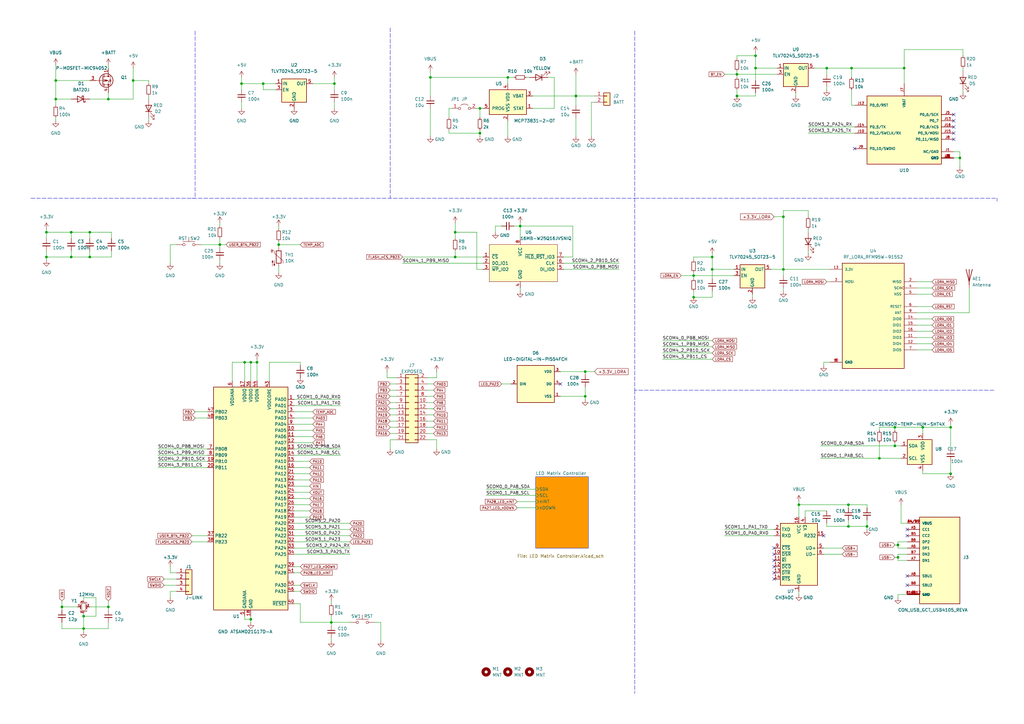
<source format=kicad_sch>
(kicad_sch (version 20211123) (generator eeschema)
  (paper "A3")
  (junction (at 54.61 33.02))
  (junction (at 44.45 248.92))
  (junction (at 309.88 22.86))
  (junction (at 22.86 33.02))
  (junction (at 284.48 113.03))
  (junction (at 135.89 255.27))
  (junction (at 105.41 148.59))
  (junction (at 368.3 223.52))
  (junction (at 100.33 148.59))
  (junction (at 327.66 207.01))
  (junction (at 29.21 95.25))
  (junction (at 292.1 110.49))
  (junction (at 90.17 100.33))
  (junction (at 284.48 121.92))
  (junction (at 25.4 248.92))
  (junction (at 389.89 194.31))
  (junction (at 378.46 175.26))
  (junction (at 370.84 27.94))
  (junction (at 236.22 39.37))
  (junction (at 393.7 64.77))
  (junction (at 19.05 105.41))
  (junction (at 321.31 88.9))
  (junction (at 302.26 30.48))
  (junction (at 208.28 31.75))
  (junction (at 309.88 27.94))
  (junction (at 339.09 27.94))
  (junction (at 321.31 110.49))
  (junction (at 302.26 39.37))
  (junction (at 36.83 95.25))
  (junction (at 367.03 182.88))
  (junction (at 213.36 92.71))
  (junction (at 347.98 207.01))
  (junction (at 186.69 105.41))
  (junction (at 367.03 175.26))
  (junction (at 107.95 34.29))
  (junction (at 19.05 95.25))
  (junction (at 347.98 215.9))
  (junction (at 34.29 252.73))
  (junction (at 349.25 27.94))
  (junction (at 102.87 148.59))
  (junction (at 389.89 175.26))
  (junction (at 186.69 95.25))
  (junction (at 196.85 44.45))
  (junction (at 137.16 34.29))
  (junction (at 99.06 34.29))
  (junction (at 44.45 40.64))
  (junction (at 292.1 105.41))
  (junction (at 22.86 40.64))
  (junction (at 34.29 257.81))
  (junction (at 240.03 162.56))
  (junction (at 102.87 254))
  (junction (at 355.6 215.9))
  (junction (at 114.3 100.33))
  (junction (at 176.53 31.75))
  (junction (at 36.83 105.41))
  (junction (at 196.85 54.61))
  (junction (at 368.3 228.6))
  (junction (at 360.68 187.96))
  (junction (at 240.03 152.4))
  (junction (at 29.21 105.41))
  (no_connect (at 317.5 229.87))
  (no_connect (at 317.5 224.79))
  (no_connect (at 317.5 227.33))
  (no_connect (at 317.5 234.95))
  (no_connect (at 317.5 237.49))
  (no_connect (at 317.5 232.41))
  (no_connect (at 337.82 219.71))
  (no_connect (at 229.87 157.48))
  (no_connect (at 350.52 60.96))
  (no_connect (at 391.16 52.07))
  (no_connect (at 391.16 57.15))
  (no_connect (at 391.16 46.99))
  (no_connect (at 391.16 49.53))
  (no_connect (at 391.16 54.61))
  (no_connect (at 372.11 240.03))
  (no_connect (at 372.11 217.17))
  (no_connect (at 372.11 219.71))
  (no_connect (at 372.11 236.22))
  (wire (pts (xy 107.95 36.83) (xy 107.95 34.29)))
  (wire (pts (xy 271.78 142.24) (xy 292.1 142.24)))
  (wire (pts (xy 360.68 181.61) (xy 360.68 187.96)))
  (wire (pts (xy 36.83 97.79) (xy 36.83 95.25)))
  (wire (pts (xy 360.68 175.26) (xy 367.03 175.26)))
  (wire (pts (xy 25.4 248.92) (xy 31.75 248.92)))
  (wire (pts (xy 19.05 105.41) (xy 29.21 105.41)))
  (wire (pts (xy 176.53 31.75) (xy 208.28 31.75)))
  (wire (pts (xy 120.65 222.25) (xy 143.51 222.25)))
  (wire (pts (xy 99.06 31.75) (xy 99.06 34.29)))
  (wire (pts (xy 205.74 157.48) (xy 209.55 157.48)))
  (wire (pts (xy 199.39 200.66) (xy 219.71 200.66)))
  (wire (pts (xy 107.95 34.29) (xy 113.03 34.29)))
  (wire (pts (xy 25.4 255.27) (xy 25.4 257.81)))
  (wire (pts (xy 19.05 93.98) (xy 19.05 95.25)))
  (wire (pts (xy 355.6 217.17) (xy 355.6 215.9)))
  (wire (pts (xy 345.44 224.79) (xy 337.82 224.79)))
  (wire (pts (xy 135.89 261.62) (xy 135.89 262.89)))
  (wire (pts (xy 336.55 182.88) (xy 367.03 182.88)))
  (wire (pts (xy 231.14 105.41) (xy 234.95 105.41)))
  (wire (pts (xy 242.57 41.91) (xy 243.84 41.91)))
  (wire (pts (xy 218.44 44.45) (xy 227.33 44.45)))
  (wire (pts (xy 321.31 110.49) (xy 321.31 113.03)))
  (wire (pts (xy 60.96 39.37) (xy 60.96 40.64)))
  (wire (pts (xy 389.89 189.23) (xy 389.89 194.31)))
  (wire (pts (xy 339.09 27.94) (xy 349.25 27.94)))
  (wire (pts (xy 99.06 34.29) (xy 107.95 34.29)))
  (wire (pts (xy 123.19 148.59) (xy 123.19 149.86)))
  (wire (pts (xy 100.33 254) (xy 102.87 254)))
  (wire (pts (xy 367.03 181.61) (xy 367.03 182.88)))
  (wire (pts (xy 284.48 113.03) (xy 284.48 114.3)))
  (wire (pts (xy 302.26 22.86) (xy 302.26 24.13)))
  (wire (pts (xy 176.53 39.37) (xy 176.53 31.75)))
  (wire (pts (xy 292.1 119.38) (xy 292.1 121.92)))
  (wire (pts (xy 375.92 133.35) (xy 382.27 133.35)))
  (wire (pts (xy 327.66 242.57) (xy 327.66 243.84)))
  (wire (pts (xy 309.88 21.59) (xy 309.88 22.86)))
  (wire (pts (xy 120.65 191.77) (xy 127 191.77)))
  (wire (pts (xy 160.02 165.1) (xy 162.56 165.1)))
  (wire (pts (xy 196.85 53.34) (xy 196.85 54.61)))
  (wire (pts (xy 120.65 184.15) (xy 139.7 184.15)))
  (wire (pts (xy 360.68 176.53) (xy 360.68 175.26)))
  (wire (pts (xy 349.25 27.94) (xy 370.84 27.94)))
  (wire (pts (xy 349.25 27.94) (xy 349.25 31.75)))
  (wire (pts (xy 208.28 31.75) (xy 208.28 34.29)))
  (wire (pts (xy 120.65 166.37) (xy 139.7 166.37)))
  (wire (pts (xy 95.25 156.21) (xy 95.25 148.59)))
  (polyline (pts (xy 80.01 12.7) (xy 80.01 81.28)))
  (polyline (pts (xy 260.35 81.28) (xy 408.94 81.28)))
  (wire (pts (xy 128.27 181.61) (xy 120.65 181.61)))
  (wire (pts (xy 212.09 205.74) (xy 219.71 205.74)))
  (wire (pts (xy 114.3 100.33) (xy 114.3 101.6)))
  (polyline (pts (xy 260.35 160.02) (xy 260.35 284.48)))
  (wire (pts (xy 186.69 105.41) (xy 198.12 105.41)))
  (wire (pts (xy 196.85 54.61) (xy 196.85 55.88)))
  (wire (pts (xy 331.47 52.07) (xy 350.52 52.07)))
  (wire (pts (xy 120.65 214.63) (xy 143.51 214.63)))
  (wire (pts (xy 29.21 97.79) (xy 29.21 95.25)))
  (wire (pts (xy 199.39 203.2) (xy 219.71 203.2)))
  (wire (pts (xy 39.37 252.73) (xy 34.29 252.73)))
  (wire (pts (xy 44.45 246.38) (xy 44.45 248.92)))
  (wire (pts (xy 370.84 20.32) (xy 370.84 27.94)))
  (wire (pts (xy 347.98 215.9) (xy 339.09 215.9)))
  (wire (pts (xy 186.69 102.87) (xy 186.69 105.41)))
  (wire (pts (xy 186.69 95.25) (xy 186.69 97.79)))
  (wire (pts (xy 309.88 38.1) (xy 309.88 39.37)))
  (wire (pts (xy 175.26 157.48) (xy 177.8 157.48)))
  (wire (pts (xy 279.4 113.03) (xy 284.48 113.03)))
  (wire (pts (xy 120.65 247.65) (xy 123.19 247.65)))
  (wire (pts (xy 120.65 232.41) (xy 123.19 232.41)))
  (wire (pts (xy 135.89 246.38) (xy 135.89 247.65)))
  (wire (pts (xy 321.31 118.11) (xy 321.31 119.38)))
  (wire (pts (xy 397.51 118.11) (xy 397.51 128.27)))
  (wire (pts (xy 102.87 254) (xy 102.87 255.27)))
  (wire (pts (xy 29.21 95.25) (xy 19.05 95.25)))
  (wire (pts (xy 309.88 22.86) (xy 309.88 27.94)))
  (wire (pts (xy 297.18 217.17) (xy 317.5 217.17)))
  (wire (pts (xy 184.15 54.61) (xy 196.85 54.61)))
  (polyline (pts (xy 407.67 160.02) (xy 260.35 160.02)))
  (wire (pts (xy 375.92 115.57) (xy 382.27 115.57)))
  (wire (pts (xy 292.1 104.14) (xy 292.1 105.41)))
  (wire (pts (xy 389.89 194.31) (xy 378.46 194.31)))
  (wire (pts (xy 368.3 227.33) (xy 368.3 228.6)))
  (wire (pts (xy 213.36 118.11) (xy 213.36 119.38)))
  (wire (pts (xy 45.72 97.79) (xy 45.72 95.25)))
  (wire (pts (xy 367.03 175.26) (xy 378.46 175.26)))
  (wire (pts (xy 120.65 234.95) (xy 123.19 234.95)))
  (wire (pts (xy 165.1 107.95) (xy 198.12 107.95)))
  (wire (pts (xy 231.14 110.49) (xy 254 110.49)))
  (wire (pts (xy 236.22 39.37) (xy 243.84 39.37)))
  (wire (pts (xy 176.53 44.45) (xy 176.53 55.88)))
  (wire (pts (xy 337.82 148.59) (xy 340.36 148.59)))
  (wire (pts (xy 114.3 99.06) (xy 114.3 100.33)))
  (wire (pts (xy 54.61 33.02) (xy 54.61 40.64)))
  (wire (pts (xy 100.33 252.73) (xy 100.33 254)))
  (wire (pts (xy 349.25 36.83) (xy 349.25 43.18)))
  (wire (pts (xy 242.57 41.91) (xy 242.57 55.88)))
  (wire (pts (xy 19.05 105.41) (xy 19.05 106.68)))
  (wire (pts (xy 34.29 245.11) (xy 39.37 245.11)))
  (wire (pts (xy 128.27 179.07) (xy 120.65 179.07)))
  (wire (pts (xy 120.65 186.69) (xy 139.7 186.69)))
  (wire (pts (xy 80.01 171.45) (xy 85.09 171.45)))
  (wire (pts (xy 308.61 120.65) (xy 308.61 121.92)))
  (wire (pts (xy 368.3 245.11) (xy 368.3 243.84)))
  (wire (pts (xy 309.88 27.94) (xy 318.77 27.94)))
  (wire (pts (xy 284.48 113.03) (xy 300.99 113.03)))
  (wire (pts (xy 105.41 147.32) (xy 105.41 148.59)))
  (wire (pts (xy 54.61 40.64) (xy 44.45 40.64)))
  (wire (pts (xy 389.89 175.26) (xy 378.46 175.26)))
  (wire (pts (xy 292.1 110.49) (xy 292.1 114.3)))
  (wire (pts (xy 349.25 43.18) (xy 350.52 43.18)))
  (wire (pts (xy 372.11 214.63) (xy 369.57 214.63)))
  (wire (pts (xy 184.15 48.26) (xy 184.15 44.45)))
  (wire (pts (xy 208.28 31.75) (xy 210.82 31.75)))
  (wire (pts (xy 375.92 140.97) (xy 382.27 140.97)))
  (wire (pts (xy 39.37 245.11) (xy 39.37 252.73)))
  (wire (pts (xy 368.3 229.87) (xy 372.11 229.87)))
  (wire (pts (xy 339.09 214.63) (xy 339.09 215.9)))
  (polyline (pts (xy 160.02 11.43) (xy 160.02 81.28)))
  (wire (pts (xy 90.17 91.44) (xy 90.17 92.71)))
  (wire (pts (xy 394.97 36.83) (xy 394.97 38.1)))
  (wire (pts (xy 240.03 153.67) (xy 240.03 152.4)))
  (wire (pts (xy 229.87 162.56) (xy 240.03 162.56)))
  (wire (pts (xy 369.57 187.96) (xy 360.68 187.96)))
  (wire (pts (xy 184.15 53.34) (xy 184.15 54.61)))
  (wire (pts (xy 292.1 105.41) (xy 292.1 110.49)))
  (wire (pts (xy 292.1 121.92) (xy 284.48 121.92)))
  (wire (pts (xy 110.49 148.59) (xy 123.19 148.59)))
  (wire (pts (xy 331.47 54.61) (xy 350.52 54.61)))
  (wire (pts (xy 99.06 41.91) (xy 99.06 44.45)))
  (wire (pts (xy 29.21 40.64) (xy 22.86 40.64)))
  (wire (pts (xy 90.17 100.33) (xy 92.71 100.33)))
  (wire (pts (xy 203.2 92.71) (xy 205.74 92.71)))
  (wire (pts (xy 215.9 31.75) (xy 217.17 31.75)))
  (wire (pts (xy 120.65 196.85) (xy 127 196.85)))
  (wire (pts (xy 229.87 152.4) (xy 240.03 152.4)))
  (wire (pts (xy 196.85 44.45) (xy 198.12 44.45)))
  (wire (pts (xy 156.21 255.27) (xy 153.67 255.27)))
  (wire (pts (xy 64.77 189.23) (xy 85.09 189.23)))
  (wire (pts (xy 158.75 154.94) (xy 158.75 152.4)))
  (wire (pts (xy 90.17 97.79) (xy 90.17 100.33)))
  (wire (pts (xy 302.26 36.83) (xy 302.26 39.37)))
  (wire (pts (xy 321.31 110.49) (xy 340.36 110.49)))
  (wire (pts (xy 36.83 102.87) (xy 36.83 105.41)))
  (wire (pts (xy 105.41 148.59) (xy 105.41 156.21)))
  (wire (pts (xy 22.86 40.64) (xy 22.86 33.02)))
  (wire (pts (xy 34.29 257.81) (xy 44.45 257.81)))
  (wire (pts (xy 120.65 204.47) (xy 127 204.47)))
  (wire (pts (xy 22.86 33.02) (xy 22.86 26.67)))
  (wire (pts (xy 339.09 27.94) (xy 339.09 30.48)))
  (wire (pts (xy 302.26 30.48) (xy 318.77 30.48)))
  (wire (pts (xy 160.02 157.48) (xy 162.56 157.48)))
  (wire (pts (xy 210.82 92.71) (xy 213.36 92.71)))
  (wire (pts (xy 36.83 40.64) (xy 44.45 40.64)))
  (wire (pts (xy 120.65 240.03) (xy 123.19 240.03)))
  (wire (pts (xy 345.44 227.33) (xy 337.82 227.33)))
  (wire (pts (xy 69.85 232.41) (xy 69.85 234.95)))
  (wire (pts (xy 231.14 107.95) (xy 254 107.95)))
  (wire (pts (xy 203.2 95.25) (xy 203.2 92.71)))
  (wire (pts (xy 394.97 27.94) (xy 394.97 29.21)))
  (wire (pts (xy 36.83 33.02) (xy 22.86 33.02)))
  (wire (pts (xy 128.27 173.99) (xy 120.65 173.99)))
  (wire (pts (xy 69.85 242.57) (xy 72.39 242.57)))
  (wire (pts (xy 375.92 128.27) (xy 397.51 128.27)))
  (wire (pts (xy 114.3 92.71) (xy 114.3 93.98)))
  (wire (pts (xy 113.03 36.83) (xy 107.95 36.83)))
  (wire (pts (xy 102.87 148.59) (xy 105.41 148.59)))
  (wire (pts (xy 162.56 154.94) (xy 158.75 154.94)))
  (wire (pts (xy 240.03 152.4) (xy 243.84 152.4)))
  (wire (pts (xy 175.26 160.02) (xy 177.8 160.02)))
  (wire (pts (xy 175.26 162.56) (xy 177.8 162.56)))
  (wire (pts (xy 19.05 95.25) (xy 19.05 97.79)))
  (wire (pts (xy 378.46 175.26) (xy 378.46 177.8)))
  (wire (pts (xy 347.98 207.01) (xy 327.66 207.01)))
  (wire (pts (xy 196.85 44.45) (xy 196.85 48.26)))
  (wire (pts (xy 375.92 135.89) (xy 382.27 135.89)))
  (wire (pts (xy 327.66 205.74) (xy 327.66 207.01)))
  (wire (pts (xy 339.09 209.55) (xy 330.2 209.55)))
  (wire (pts (xy 393.7 68.58) (xy 393.7 64.77)))
  (wire (pts (xy 389.89 175.26) (xy 389.89 184.15)))
  (wire (pts (xy 175.26 172.72) (xy 177.8 172.72)))
  (wire (pts (xy 368.3 228.6) (xy 368.3 229.87)))
  (wire (pts (xy 208.28 49.53) (xy 208.28 55.88)))
  (wire (pts (xy 375.92 138.43) (xy 382.27 138.43)))
  (wire (pts (xy 160.02 180.34) (xy 162.56 180.34)))
  (wire (pts (xy 120.65 189.23) (xy 127 189.23)))
  (wire (pts (xy 331.47 93.98) (xy 331.47 95.25)))
  (wire (pts (xy 25.4 246.38) (xy 25.4 248.92)))
  (wire (pts (xy 123.19 255.27) (xy 135.89 255.27)))
  (wire (pts (xy 360.68 187.96) (xy 336.55 187.96)))
  (wire (pts (xy 120.65 194.31) (xy 127 194.31)))
  (wire (pts (xy 271.78 147.32) (xy 292.1 147.32)))
  (wire (pts (xy 175.26 170.18) (xy 177.8 170.18)))
  (wire (pts (xy 389.89 173.99) (xy 389.89 175.26)))
  (wire (pts (xy 120.65 219.71) (xy 143.51 219.71)))
  (wire (pts (xy 22.86 40.64) (xy 22.86 43.18)))
  (wire (pts (xy 213.36 91.44) (xy 213.36 92.71)))
  (wire (pts (xy 368.3 224.79) (xy 372.11 224.79)))
  (wire (pts (xy 80.01 168.91) (xy 85.09 168.91)))
  (wire (pts (xy 321.31 88.9) (xy 321.31 110.49)))
  (wire (pts (xy 90.17 100.33) (xy 82.55 100.33)))
  (wire (pts (xy 339.09 35.56) (xy 339.09 36.83)))
  (wire (pts (xy 135.89 255.27) (xy 135.89 256.54)))
  (wire (pts (xy 69.85 107.95) (xy 69.85 100.33)))
  (polyline (pts (xy 408.94 81.28) (xy 408.94 82.55)))
  (wire (pts (xy 175.26 175.26) (xy 177.8 175.26)))
  (wire (pts (xy 160.02 172.72) (xy 162.56 172.72)))
  (wire (pts (xy 60.96 34.29) (xy 60.96 33.02)))
  (wire (pts (xy 321.31 86.36) (xy 321.31 88.9)))
  (wire (pts (xy 195.58 110.49) (xy 195.58 95.25)))
  (wire (pts (xy 375.92 143.51) (xy 382.27 143.51)))
  (wire (pts (xy 368.3 222.25) (xy 368.3 223.52)))
  (wire (pts (xy 309.88 27.94) (xy 309.88 33.02)))
  (wire (pts (xy 331.47 88.9) (xy 331.47 86.36)))
  (wire (pts (xy 375.92 125.73) (xy 382.27 125.73)))
  (wire (pts (xy 34.29 251.46) (xy 34.29 252.73)))
  (wire (pts (xy 120.65 201.93) (xy 127 201.93)))
  (wire (pts (xy 36.83 105.41) (xy 29.21 105.41)))
  (wire (pts (xy 137.16 34.29) (xy 128.27 34.29)))
  (wire (pts (xy 284.48 119.38) (xy 284.48 121.92)))
  (wire (pts (xy 175.26 167.64) (xy 177.8 167.64)))
  (polyline (pts (xy 80.01 81.28) (xy 78.74 81.28)))
  (wire (pts (xy 334.01 27.94) (xy 339.09 27.94)))
  (wire (pts (xy 271.78 144.78) (xy 292.1 144.78)))
  (wire (pts (xy 44.45 40.64) (xy 44.45 38.1)))
  (wire (pts (xy 100.33 148.59) (xy 102.87 148.59)))
  (wire (pts (xy 69.85 245.11) (xy 69.85 242.57)))
  (wire (pts (xy 179.07 152.4) (xy 179.07 154.94)))
  (wire (pts (xy 368.3 243.84) (xy 372.11 243.84)))
  (wire (pts (xy 330.2 209.55) (xy 330.2 212.09)))
  (wire (pts (xy 114.3 109.22) (xy 114.3 111.76)))
  (wire (pts (xy 368.3 223.52) (xy 368.3 224.79)))
  (wire (pts (xy 393.7 64.77) (xy 391.16 64.77)))
  (wire (pts (xy 327.66 207.01) (xy 327.66 212.09)))
  (wire (pts (xy 234.95 92.71) (xy 234.95 105.41)))
  (wire (pts (xy 227.33 31.75) (xy 224.79 31.75)))
  (wire (pts (xy 36.83 95.25) (xy 45.72 95.25)))
  (wire (pts (xy 369.57 182.88) (xy 367.03 182.88)))
  (wire (pts (xy 120.65 209.55) (xy 127 209.55)))
  (wire (pts (xy 45.72 102.87) (xy 45.72 105.41)))
  (wire (pts (xy 128.27 168.91) (xy 120.65 168.91)))
  (wire (pts (xy 110.49 156.21) (xy 110.49 148.59)))
  (wire (pts (xy 179.07 154.94) (xy 175.26 154.94)))
  (wire (pts (xy 78.74 219.71) (xy 85.09 219.71)))
  (wire (pts (xy 240.03 162.56) (xy 240.03 163.83)))
  (wire (pts (xy 60.96 48.26) (xy 60.96 49.53)))
  (wire (pts (xy 120.65 227.33) (xy 143.51 227.33)))
  (wire (pts (xy 302.26 30.48) (xy 302.26 31.75)))
  (wire (pts (xy 347.98 213.36) (xy 347.98 215.9)))
  (wire (pts (xy 54.61 33.02) (xy 60.96 33.02)))
  (wire (pts (xy 67.31 240.03) (xy 72.39 240.03)))
  (wire (pts (xy 367.03 228.6) (xy 368.3 228.6)))
  (wire (pts (xy 120.65 217.17) (xy 143.51 217.17)))
  (wire (pts (xy 29.21 102.87) (xy 29.21 105.41)))
  (wire (pts (xy 355.6 207.01) (xy 347.98 207.01)))
  (wire (pts (xy 367.03 223.52) (xy 368.3 223.52)))
  (wire (pts (xy 90.17 100.33) (xy 90.17 101.6)))
  (wire (pts (xy 69.85 234.95) (xy 72.39 234.95)))
  (wire (pts (xy 54.61 27.94) (xy 54.61 33.02)))
  (wire (pts (xy 302.26 29.21) (xy 302.26 30.48)))
  (wire (pts (xy 195.58 95.25) (xy 186.69 95.25)))
  (wire (pts (xy 331.47 102.87) (xy 331.47 104.14)))
  (wire (pts (xy 135.89 252.73) (xy 135.89 255.27)))
  (wire (pts (xy 160.02 160.02) (xy 162.56 160.02)))
  (wire (pts (xy 22.86 48.26) (xy 22.86 49.53)))
  (polyline (pts (xy 12.7 81.28) (xy 260.35 81.28)))
  (wire (pts (xy 213.36 92.71) (xy 213.36 97.79)))
  (wire (pts (xy 284.48 105.41) (xy 284.48 106.68)))
  (wire (pts (xy 179.07 184.15) (xy 179.07 180.34)))
  (wire (pts (xy 355.6 215.9) (xy 347.98 215.9)))
  (wire (pts (xy 317.5 88.9) (xy 321.31 88.9)))
  (wire (pts (xy 393.7 62.23) (xy 393.7 64.77)))
  (wire (pts (xy 347.98 207.01) (xy 347.98 208.28)))
  (wire (pts (xy 137.16 41.91) (xy 137.16 44.45)))
  (wire (pts (xy 137.16 31.75) (xy 137.16 34.29)))
  (wire (pts (xy 160.02 175.26) (xy 162.56 175.26)))
  (wire (pts (xy 67.31 237.49) (xy 72.39 237.49)))
  (wire (pts (xy 135.89 255.27) (xy 143.51 255.27)))
  (wire (pts (xy 120.65 242.57) (xy 123.19 242.57)))
  (wire (pts (xy 375.92 130.81) (xy 382.27 130.81)))
  (wire (pts (xy 156.21 262.89) (xy 156.21 255.27)))
  (wire (pts (xy 355.6 213.36) (xy 355.6 215.9)))
  (wire (pts (xy 292.1 110.49) (xy 300.99 110.49)))
  (wire (pts (xy 120.65 199.39) (xy 127 199.39)))
  (wire (pts (xy 137.16 36.83) (xy 137.16 34.29)))
  (wire (pts (xy 218.44 39.37) (xy 236.22 39.37)))
  (wire (pts (xy 123.19 247.65) (xy 123.19 255.27)))
  (wire (pts (xy 120.65 207.01) (xy 127 207.01)))
  (wire (pts (xy 19.05 102.87) (xy 19.05 105.41)))
  (wire (pts (xy 236.22 48.26) (xy 236.22 55.88)))
  (wire (pts (xy 165.1 105.41) (xy 186.69 105.41)))
  (wire (pts (xy 78.74 222.25) (xy 85.09 222.25)))
  (wire (pts (xy 227.33 44.45) (xy 227.33 31.75)))
  (wire (pts (xy 114.3 100.33) (xy 123.19 100.33)))
  (wire (pts (xy 284.48 105.41) (xy 292.1 105.41)))
  (wire (pts (xy 64.77 186.69) (xy 85.09 186.69)))
  (wire (pts (xy 64.77 184.15) (xy 85.09 184.15)))
  (wire (pts (xy 391.16 62.23) (xy 393.7 62.23)))
  (wire (pts (xy 271.78 139.7) (xy 292.1 139.7)))
  (wire (pts (xy 372.11 227.33) (xy 368.3 227.33)))
  (wire (pts (xy 176.53 29.21) (xy 176.53 31.75)))
  (wire (pts (xy 25.4 250.19) (xy 25.4 248.92)))
  (wire (pts (xy 236.22 30.48) (xy 236.22 39.37)))
  (wire (pts (xy 44.45 248.92) (xy 44.45 250.19)))
  (wire (pts (xy 212.09 208.28) (xy 219.71 208.28)))
  (wire (pts (xy 44.45 26.67) (xy 44.45 27.94)))
  (wire (pts (xy 160.02 167.64) (xy 162.56 167.64)))
  (wire (pts (xy 297.18 219.71) (xy 317.5 219.71)))
  (wire (pts (xy 102.87 252.73) (xy 102.87 254)))
  (wire (pts (xy 95.25 148.59) (xy 100.33 148.59)))
  (wire (pts (xy 355.6 208.28) (xy 355.6 207.01)))
  (wire (pts (xy 394.97 20.32) (xy 370.84 20.32)))
  (wire (pts (xy 240.03 158.75) (xy 240.03 162.56)))
  (wire (pts (xy 184.15 44.45) (xy 185.42 44.45)))
  (wire (pts (xy 316.23 110.49) (xy 321.31 110.49)))
  (wire (pts (xy 198.12 110.49) (xy 195.58 110.49)))
  (wire (pts (xy 339.09 115.57) (xy 340.36 115.57)))
  (wire (pts (xy 25.4 257.81) (xy 34.29 257.81)))
  (wire (pts (xy 160.02 170.18) (xy 162.56 170.18)))
  (wire (pts (xy 128.27 171.45) (xy 120.65 171.45)))
  (wire (pts (xy 372.11 222.25) (xy 368.3 222.25)))
  (wire (pts (xy 90.17 106.68) (xy 90.17 107.95)))
  (wire (pts (xy 195.58 44.45) (xy 196.85 44.45)))
  (wire (pts (xy 284.48 111.76) (xy 284.48 113.03)))
  (wire (pts (xy 64.77 191.77) (xy 85.09 191.77)))
  (wire (pts (xy 369.57 207.01) (xy 369.57 214.63)))
  (wire (pts (xy 370.84 27.94) (xy 370.84 34.29)))
  (wire (pts (xy 69.85 100.33) (xy 72.39 100.33)))
  (wire (pts (xy 297.18 30.48) (xy 302.26 30.48)))
  (wire (pts (xy 175.26 165.1) (xy 177.8 165.1)))
  (wire (pts (xy 375.92 120.65) (xy 382.27 120.65)))
  (wire (pts (xy 102.87 148.59) (xy 102.87 156.21)))
  (wire (pts (xy 36.83 248.92) (xy 44.45 248.92)))
  (wire (pts (xy 375.92 118.11) (xy 382.27 118.11)))
  (wire (pts (xy 179.07 180.34) (xy 175.26 180.34)))
  (wire (pts (xy 309.88 39.37) (xy 302.26 39.37)))
  (wire (pts (xy 378.46 193.04) (xy 378.46 194.31)))
  (wire (pts (xy 99.06 34.29) (xy 99.06 36.83)))
  (wire (pts (xy 234.95 92.71) (xy 213.36 92.71)))
  (wire (pts (xy 34.29 252.73) (xy 34.29 257.81)))
  (wire (pts (xy 160.02 162.56) (xy 162.56 162.56)))
  (wire (pts (xy 45.72 105.41) (xy 36.83 105.41)))
  (wire (pts (xy 326.39 38.1) (xy 326.39 39.37)))
  (wire (pts (xy 120.65 163.83) (xy 139.7 163.83)))
  (wire (pts (xy 36.83 95.25) (xy 29.21 95.25)))
  (wire (pts (xy 236.22 43.18) (xy 236.22 39.37)))
  (polyline (pts (xy 260.35 12.7) (xy 260.35 160.02)))
  (wire (pts (xy 120.65 224.79) (xy 143.51 224.79)))
  (wire (pts (xy 34.29 246.38) (xy 34.29 245.11)))
  (wire (pts (xy 337.82 149.86) (xy 337.82 148.59)))
  (wire (pts (xy 120.65 212.09) (xy 127 212.09)))
  (wire (pts (xy 160.02 184.15) (xy 160.02 180.34)))
  (wire (pts (xy 175.26 177.8) (xy 177.8 177.8)))
  (wire (pts (xy 160.02 177.8) (xy 162.56 177.8)))
  (wire (pts (xy 186.69 91.44) (xy 186.69 95.25)))
  (wire (pts (xy 34.29 257.81) (xy 34.29 259.08)))
  (wire (pts (xy 394.97 22.86) (xy 394.97 20.32)))
  (wire (pts (xy 44.45 255.27) (xy 44.45 257.81)))
  (wire (pts (xy 367.03 176.53) (xy 367.03 175.26)))
  (wire (pts (xy 100.33 148.59) (xy 100.33 156.21)))
  (wire (pts (xy 331.47 86.36) (xy 321.31 86.36)))
  (wire (pts (xy 302.26 22.86) (xy 309.88 22.86)))
  (wire (pts (xy 128.27 176.53) (xy 120.65 176.53)))
  (label "SCOM4_1_PB9_MISO" (at 64.77 186.69 0))
  (label "SCOM0_1_PA8_SCL" (at 139.7 186.69 180))
  (label "SCOM3_2_PA24_RX" (at 331.47 52.07 0))
  (label "SCOM4_0_PB8_MOSI" (at 271.78 139.7 0))
  (label "SCOM4_3_PB11_CS" (at 271.78 147.32 0))
  (label "SCOM1_0_PA0_RX0" (at 139.7 163.83 180))
  (label "SCOM0_1_PA8_SCL" (at 336.55 187.96 0))
  (label "SCOM3_2_PA24_RX" (at 143.51 224.79 180))
  (label "SCOM3_3_PA25_TX" (at 143.51 227.33 180))
  (label "SCOM1_0_PA0_RX0" (at 297.18 219.71 0))
  (label "SCOM5_3_PA21" (at 139.7 217.17 180))
  (label "SCOM1_1_PA1_TX0" (at 139.7 166.37 180))
  (label "SCOM0_0_PA8_SDA" (at 336.55 182.88 0))
  (label "SCOM4_0_PB8_MOSI" (at 64.77 184.15 0))
  (label "SCOM3_1_PA23" (at 139.7 222.25 180))
  (label "SCOM5_2_PA20" (at 139.7 214.63 180))
  (label "SCOM0_1_PA8_SCL" (at 199.39 203.2 0))
  (label "SCOM1_1_PA1_TX0" (at 297.18 217.17 0))
  (label "SCOM3_3_PA25_TX" (at 331.47 54.61 0))
  (label "SCOM4_2_PB10_SCK" (at 254 107.95 180))
  (label "SCOM4_2_PB10_SCK" (at 271.78 144.78 0))
  (label "SCOM4_1_PB9_MISO" (at 165.1 107.95 0))
  (label "SCOM4_2_PB10_SCK" (at 64.77 189.23 0))
  (label "SCOM4_1_PB9_MISO" (at 271.78 142.24 0))
  (label "SCOM4_3_PB11_CS" (at 64.77 191.77 0))
  (label "SCOM4_0_PB8_MOSI" (at 254 110.49 180))
  (label "SCOM0_0_PA8_SDA" (at 199.39 200.66 0))
  (label "SCOM0_0_PA8_SDA" (at 139.7 184.15 180))
  (label "SCOM3_0_PA22" (at 139.7 219.71 180))
  (global_label "+3.3V_LORA" (shape input) (at 243.84 152.4 0) (property "Intersheet References" "${INTERSHEET_REFS}" (effects hide)))
  (global_label "PA11" (shape input) (at 177.8 172.72 0) (effects (font (size 1 1))) (property "Intersheet References" "${INTERSHEET_REFS}" (effects hide)))
  (global_label "PA13" (shape input) (at 127 196.85 0) (effects (font (size 1 1))) (property "Intersheet References" "${INTERSHEET_REFS}" (effects hide)))
  (global_label "PA6" (shape input) (at 177.8 165.1 0) (effects (font (size 1 1))) (property "Intersheet References" "${INTERSHEET_REFS}" (effects hide)))
  (global_label "PA10" (shape input) (at 177.8 170.18 0) (effects (font (size 1 1))) (property "Intersheet References" "${INTERSHEET_REFS}" (effects hide)))
  (global_label "PA03" (shape input) (at 177.8 157.48 0) (effects (font (size 1 1))) (property "Intersheet References" "${INTERSHEET_REFS}" (effects hide)))
  (global_label "PA20" (shape input) (at 160.02 167.64 180) (effects (font (size 1 1))) (property "Intersheet References" "${INTERSHEET_REFS}" (effects hide)))
  (global_label "LORA_IO0" (shape input) (at 382.27 130.81 0) (effects (font (size 1 1))) (property "Intersheet References" "${INTERSHEET_REFS}" (effects hide)))
  (global_label "PA7" (shape input) (at 128.27 181.61 0) (effects (font (size 1 1))) (property "Intersheet References" "${INTERSHEET_REFS}" (effects hide)))
  (global_label "LORA_IO5" (shape input) (at 382.27 143.51 0) (effects (font (size 1 1))) (property "Intersheet References" "${INTERSHEET_REFS}" (effects hide)))
  (global_label "PA7" (shape input) (at 177.8 167.64 0) (effects (font (size 1 1))) (property "Intersheet References" "${INTERSHEET_REFS}" (effects hide)))
  (global_label "LED_PA23" (shape input) (at 143.51 222.25 0) (effects (font (size 1 1))) (property "Intersheet References" "${INTERSHEET_REFS}" (effects hide)))
  (global_label "PA18" (shape input) (at 160.02 172.72 180) (effects (font (size 1 1))) (property "Intersheet References" "${INTERSHEET_REFS}" (effects hide)))
  (global_label "SWCLK" (shape input) (at 67.31 237.49 180) (effects (font (size 1 1))) (property "Intersheet References" "${INTERSHEET_REFS}" (effects hide)))
  (global_label "PA6" (shape input) (at 128.27 179.07 0) (effects (font (size 1 1))) (property "Intersheet References" "${INTERSHEET_REFS}" (effects hide)))
  (global_label "PA16" (shape input) (at 127 204.47 0) (effects (font (size 1 1))) (property "Intersheet References" "${INTERSHEET_REFS}" (effects hide)))
  (global_label "PA27_LED_nDOWN" (shape input) (at 212.09 208.28 180) (effects (font (size 1 1))) (property "Intersheet References" "${INTERSHEET_REFS}" (effects hide)))
  (global_label "TEMP_ADC" (shape input) (at 128.27 168.91 0) (effects (font (size 1 1))) (property "Intersheet References" "${INTERSHEET_REFS}" (effects hide)))
  (global_label "PA4" (shape input) (at 128.27 173.99 0) (effects (font (size 1 1))) (property "Intersheet References" "${INTERSHEET_REFS}" (effects hide)))
  (global_label "SWCLK" (shape input) (at 123.19 240.03 0) (effects (font (size 1 1))) (property "Intersheet References" "${INTERSHEET_REFS}" (effects hide)))
  (global_label "PA11" (shape input) (at 127 191.77 0) (effects (font (size 1 1))) (property "Intersheet References" "${INTERSHEET_REFS}" (effects hide)))
  (global_label "PA5" (shape input) (at 128.27 176.53 0) (effects (font (size 1 1))) (property "Intersheet References" "${INTERSHEET_REFS}" (effects hide)))
  (global_label "BT_EN" (shape input) (at 297.18 30.48 180) (effects (font (size 1 1))) (property "Intersheet References" "${INTERSHEET_REFS}" (effects hide)))
  (global_label "PA03" (shape input) (at 128.27 171.45 0) (effects (font (size 1 1))) (property "Intersheet References" "${INTERSHEET_REFS}" (effects hide)))
  (global_label "TEMP_ADC" (shape input) (at 123.19 100.33 0) (effects (font (size 1 1))) (property "Intersheet References" "${INTERSHEET_REFS}" (effects hide)))
  (global_label "USER_BTN_PB22" (shape input) (at 92.71 100.33 0) (effects (font (size 1 1))) (property "Intersheet References" "${INTERSHEET_REFS}" (effects hide)))
  (global_label "PA17" (shape input) (at 127 207.01 0) (effects (font (size 1 1))) (property "Intersheet References" "${INTERSHEET_REFS}" (effects hide)))
  (global_label "LORA_CS" (shape input) (at 382.27 120.65 0) (effects (font (size 1 1))) (property "Intersheet References" "${INTERSHEET_REFS}" (effects hide)))
  (global_label "PA12" (shape input) (at 177.8 175.26 0) (effects (font (size 1 1))) (property "Intersheet References" "${INTERSHEET_REFS}" (effects hide)))
  (global_label "PA27_LED_nDOWN" (shape input) (at 123.19 232.41 0) (effects (font (size 1 1))) (property "Intersheet References" "${INTERSHEET_REFS}" (effects hide)))
  (global_label "PA28_LED_nINT" (shape input) (at 212.09 205.74 180) (effects (font (size 1 1))) (property "Intersheet References" "${INTERSHEET_REFS}" (effects hide)))
  (global_label "XIN" (shape input) (at 127 199.39 0) (effects (font (size 1 1))) (property "Intersheet References" "${INTERSHEET_REFS}" (effects hide)))
  (global_label "+3.3V_LORA" (shape input) (at 317.5 88.9 180) (property "Intersheet References" "${INTERSHEET_REFS}" (effects hide)))
  (global_label "PA13" (shape input) (at 177.8 177.8 0) (effects (font (size 1 1))) (property "Intersheet References" "${INTERSHEET_REFS}" (effects hide)))
  (global_label "USB-" (shape input) (at 367.03 228.6 180) (effects (font (size 1 1))) (property "Intersheet References" "${INTERSHEET_REFS}" (effects hide)))
  (global_label "LORA_MOSI" (shape input) (at 292.1 139.7 0) (effects (font (size 1 1))) (property "Intersheet References" "${INTERSHEET_REFS}" (effects hide)))
  (global_label "PA17" (shape input) (at 160.02 175.26 180) (effects (font (size 1 1))) (property "Intersheet References" "${INTERSHEET_REFS}" (effects hide)))
  (global_label "XIN" (shape input) (at 25.4 246.38 90) (effects (font (size 1 1))) (property "Intersheet References" "${INTERSHEET_REFS}" (effects hide)))
  (global_label "XOUT" (shape input) (at 44.45 246.38 90) (effects (font (size 1 1))) (property "Intersheet References" "${INTERSHEET_REFS}" (effects hide)))
  (global_label "USB-" (shape input) (at 345.44 227.33 0) (effects (font (size 1 1))) (property "Intersheet References" "${INTERSHEET_REFS}" (effects hide)))
  (global_label "FLASH_nCS_PB23" (shape input) (at 78.74 222.25 180) (effects (font (size 1 1))) (property "Intersheet References" "${INTERSHEET_REFS}" (effects hide)))
  (global_label "USB+" (shape input) (at 345.44 224.79 0) (effects (font (size 1 1))) (property "Intersheet References" "${INTERSHEET_REFS}" (effects hide)))
  (global_label "PA19" (shape input) (at 127 212.09 0) (effects (font (size 1 1))) (property "Intersheet References" "${INTERSHEET_REFS}" (effects hide)))
  (global_label "PA12" (shape input) (at 127 194.31 0) (effects (font (size 1 1))) (property "Intersheet References" "${INTERSHEET_REFS}" (effects hide)))
  (global_label "LORA_MISO" (shape input) (at 382.27 115.57 0) (effects (font (size 1 1))) (property "Intersheet References" "${INTERSHEET_REFS}" (effects hide)))
  (global_label "PA22" (shape input) (at 160.02 162.56 180) (effects (font (size 1 1))) (property "Intersheet References" "${INTERSHEET_REFS}" (effects hide)))
  (global_label "PB2" (shape input) (at 160.02 157.48 180) (effects (font (size 1 1))) (property "Intersheet References" "${INTERSHEET_REFS}" (effects hide)))
  (global_label "SWDIO" (shape input) (at 67.31 240.03 180) (effects (font (size 1 1))) (property "Intersheet References" "${INTERSHEET_REFS}" (effects hide)))
  (global_label "LORA_SCK" (shape input) (at 292.1 144.78 0) (effects (font (size 1 1))) (property "Intersheet References" "${INTERSHEET_REFS}" (effects hide)))
  (global_label "LORA_IO1" (shape input) (at 382.27 133.35 0) (effects (font (size 1 1))) (property "Intersheet References" "${INTERSHEET_REFS}" (effects hide)))
  (global_label "PA28_LED_nINT" (shape input) (at 123.19 234.95 0) (effects (font (size 1 1))) (property "Intersheet References" "${INTERSHEET_REFS}" (effects hide)))
  (global_label "LORA_IO2" (shape input) (at 382.27 135.89 0) (effects (font (size 1 1))) (property "Intersheet References" "${INTERSHEET_REFS}" (effects hide)))
  (global_label "LORA_RST" (shape input) (at 382.27 125.73 0) (effects (font (size 1 1))) (property "Intersheet References" "${INTERSHEET_REFS}" (effects hide)))
  (global_label "PA22" (shape input) (at 143.51 219.71 0) (effects (font (size 1 1))) (property "Intersheet References" "${INTERSHEET_REFS}" (effects hide)))
  (global_label "USB+" (shape input) (at 367.03 223.52 180) (effects (font (size 1 1))) (property "Intersheet References" "${INTERSHEET_REFS}" (effects hide)))
  (global_label "LORA_IO3" (shape input) (at 382.27 138.43 0) (effects (font (size 1 1))) (property "Intersheet References" "${INTERSHEET_REFS}" (effects hide)))
  (global_label "PB2" (shape input) (at 80.01 168.91 180) (effects (font (size 1 1))) (property "Intersheet References" "${INTERSHEET_REFS}" (effects hide)))
  (global_label "LORA_EN" (shape input) (at 279.4 113.03 180) (effects (font (size 1 1))) (property "Intersheet References" "${INTERSHEET_REFS}" (effects hide)))
  (global_label "PA10" (shape input) (at 127 189.23 0) (effects (font (size 1 1))) (property "Intersheet References" "${INTERSHEET_REFS}" (effects hide)))
  (global_label "LORA_MOSI" (shape input) (at 339.09 115.57 180) (effects (font (size 1 1))) (property "Intersheet References" "${INTERSHEET_REFS}" (effects hide)))
  (global_label "PB3" (shape input) (at 160.02 160.02 180) (effects (font (size 1 1))) (property "Intersheet References" "${INTERSHEET_REFS}" (effects hide)))
  (global_label "PB3" (shape input) (at 80.01 171.45 180) (effects (font (size 1 1))) (property "Intersheet References" "${INTERSHEET_REFS}" (effects hide)))
  (global_label "LORA_CS" (shape input) (at 292.1 147.32 0) (effects (font (size 1 1))) (property "Intersheet References" "${INTERSHEET_REFS}" (effects hide)))
  (global_label "PA4" (shape input) (at 177.8 160.02 0) (effects (font (size 1 1))) (property "Intersheet References" "${INTERSHEET_REFS}" (effects hide)))
  (global_label "PA16" (shape input) (at 160.02 177.8 180) (effects (font (size 1 1))) (property "Intersheet References" "${INTERSHEET_REFS}" (effects hide)))
  (global_label "XOUT" (shape input) (at 127 201.93 0) (effects (font (size 1 1))) (property "Intersheet References" "${INTERSHEET_REFS}" (effects hide)))
  (global_label "LORA_IO4" (shape input) (at 382.27 140.97 0) (effects (font (size 1 1))) (property "Intersheet References" "${INTERSHEET_REFS}" (effects hide)))
  (global_label "PA18" (shape input) (at 127 209.55 0) (effects (font (size 1 1))) (property "Intersheet References" "${INTERSHEET_REFS}" (effects hide)))
  (global_label "LED_PA23" (shape input) (at 205.74 157.48 180) (effects (font (size 1 1))) (property "Intersheet References" "${INTERSHEET_REFS}" (effects hide)))
  (global_label "PA5" (shape input) (at 177.8 162.56 0) (effects (font (size 1 1))) (property "Intersheet References" "${INTERSHEET_REFS}" (effects hide)))
  (global_label "LORA_SCK" (shape input) (at 382.27 118.11 0) (effects (font (size 1 1))) (property "Intersheet References" "${INTERSHEET_REFS}" (effects hide)))
  (global_label "PA21" (shape input) (at 160.02 165.1 180) (effects (font (size 1 1))) (property "Intersheet References" "${INTERSHEET_REFS}" (effects hide)))
  (global_label "USER_BTN_PB22" (shape input) (at 78.74 219.71 180) (effects (font (size 1 1))) (property "Intersheet References" "${INTERSHEET_REFS}" (effects hide)))
  (global_label "PA21" (shape input) (at 143.51 217.17 0) (effects (font (size 1 1))) (property "Intersheet References" "${INTERSHEET_REFS}" (effects hide)))
  (global_label "FLASH_nCS_PB23" (shape input) (at 165.1 105.41 180) (effects (font (size 1 1))) (property "Intersheet References" "${INTERSHEET_REFS}" (effects hide)))
  (global_label "PA20" (shape input) (at 143.51 214.63 0) (effects (font (size 1 1))) (property "Intersheet References" "${INTERSHEET_REFS}" (effects hide)))
  (global_label "LORA_MISO" (shape input) (at 292.1 142.24 0) (effects (font (size 1 1))) (property "Intersheet References" "${INTERSHEET_REFS}" (effects hide)))
  (global_label "PA19" (shape input) (at 160.02 170.18 180) (effects (font (size 1 1))) (property "Intersheet References" "${INTERSHEET_REFS}" (effects hide)))
  (global_label "SWDIO" (shape input) (at 123.19 242.57 0) (effects (font (size 1 1))) (property "Intersheet References" "${INTERSHEET_REFS}" (effects hide)))
  (symbol (lib_id "power:+3.3V") (at 213.36 91.44 0) (mirror y) (unit 1)
    (property "Reference" "#PWR035" (effects hide))
    (property "Value" "+3.3V" (at 213.36 86.36 0))
  )
  (symbol (lib_id "power:GND") (at 176.53 55.88 0) (unit 1)
    (property "Reference" "#PWR025" (effects hide))
    (property "Value" "GND" (at 180.34 57.15 0))
  )
  (symbol (lib_id "Device:C_Small") (at 44.45 252.73 0) (unit 1)
    (property "Reference" "C6" (at 46.99 251.4662 0) (effects (justify left)))
    (property "Value" "12p" (at 46.99 254.0062 0) (effects (justify left)))
    (property "Footprint" "Capacitor_SMD:C_0603_1608Metric" (effects hide))
  )
  (symbol (lib_id "power:GND") (at 236.22 55.88 0) (unit 1)
    (property "Reference" "#PWR034" (effects hide))
    (property "Value" "GND" (at 236.22 59.69 0))
  )
  (symbol (lib_id "Device:C_Small") (at 339.09 212.09 0) (mirror y) (unit 1)
    (property "Reference" "C15" (at 336.55 210.8262 0) (effects (justify left)))
    (property "Value" "10u" (at 336.55 213.3662 0) (effects (justify left)))
    (property "Footprint" "Capacitor_SMD:C_0805_2012Metric" (effects hide))
  )
  (symbol (lib_id "1KiCadLib:IC-FLASH-16MB-W25Q16JVSNIQ") (at 213.36 105.41 0) (unit 1)
    (property "Reference" "U6" (at 215.3794 95.25 0) (effects (justify left)))
    (property "Value" "16MB-W25Q16JVSNIQ" (at 213.36 97.79 0) (effects (justify left)))
    (property "Footprint" "1KiCadLib:IC-FLASH-16MB-W25Q16JVSNIQ" (effects hide))
    (property "Datasheet" "https://www.mouser.fr/ProductDetail/Winbond/W25Q16JVSNIQ?qs=sGAEpiMZZMv0NwlthflBiyipE2GJgRWLM2QUc%252BlUAgI%3D" (effects hide))
    (property "MPN" "W25Q16JVSNIQ" (effects hide))
    (property "Mouser" "454-W25Q16JVSNIQ" (effects hide))
    (property "Manufacturer" "Winbond" (effects hide))
    (property "DESCRIPTION" "NOR Flash spiFlash, 3V, 16M-bit, 4Kb Uniform Sector" (effects hide))
  )
  (symbol (lib_id "Regulator_Linear:TLV70245_SOT23-5") (at 120.65 36.83 0) (unit 1)
    (property "Reference" "U2" (at 120.65 26.67 0))
    (property "Value" "TLV70245_SOT23-5" (at 120.65 29.21 0))
    (property "Footprint" "Package_TO_SOT_SMD:SOT-23-5" (effects hide))
    (property "Datasheet" "http://www.ti.com/lit/ds/symlink/tlv702.pdf" (effects hide))
  )
  (symbol (lib_id "Device:LED") (at 60.96 44.45 90) (unit 1)
    (property "Reference" "D2" (at 64.77 45.72 90))
    (property "Value" "RED" (at 64.77 43.18 90))
    (property "Footprint" "LED_SMD:LED_0805_2012Metric" (effects hide))
  )
  (symbol (lib_id "power:+3.3V") (at 114.3 92.71 0) (unit 1)
    (property "Reference" "#PWR050" (effects hide))
    (property "Value" "+3.3V" (at 114.3 88.9 0))
  )
  (symbol (lib_id "power:GND") (at 60.96 49.53 0) (mirror y) (unit 1)
    (property "Reference" "#PWR031" (effects hide))
    (property "Value" "GND" (at 57.15 52.07 0))
  )
  (symbol (lib_id "Device:R_Small") (at 186.69 100.33 0) (unit 1)
    (property "Reference" "R8" (at 187.96 99.06 0) (effects (justify left)))
    (property "Value" "10k" (at 187.96 101.6 0) (effects (justify left)))
    (property "Footprint" "Resistor_SMD:R_0805_2012Metric" (effects hide))
  )
  (symbol (lib_id "Device:R_Small") (at 302.26 26.67 0) (unit 1)
    (property "Reference" "R7" (at 303.53 25.4 0) (effects (justify left)))
    (property "Value" "10k" (at 303.53 27.94 0) (effects (justify left)))
    (property "Footprint" "Resistor_SMD:R_0603_1608Metric" (effects hide))
  )
  (symbol (lib_id "power:+3.3V") (at 90.17 91.44 0) (unit 1)
    (property "Reference" "#PWR0107" (effects hide))
    (property "Value" "+3.3V" (at 90.17 87.63 0))
  )
  (symbol (lib_id "Device:C_Small") (at 137.16 39.37 0) (unit 1)
    (property "Reference" "C9" (at 139.7 38.1062 0) (effects (justify left)))
    (property "Value" "100n" (at 139.7 40.6462 0) (effects (justify left)))
    (property "Footprint" "Capacitor_SMD:C_0603_1608Metric" (effects hide))
  )
  (symbol (lib_id "power:+3.3V") (at 389.89 173.99 0) (mirror y) (unit 1)
    (property "Reference" "#PWR040" (effects hide))
    (property "Value" "+3.3V" (at 389.89 168.91 0))
  )
  (symbol (lib_id "power:GND") (at 393.7 68.58 0) (unit 1)
    (property "Reference" "#PWR049" (effects hide))
    (property "Value" "GND" (at 393.7 72.39 0))
  )
  (symbol (lib_id "power:+BATT") (at 44.45 26.67 0) (unit 1)
    (property "Reference" "#PWR026" (effects hide))
    (property "Value" "+BATT" (at 44.45 21.59 0))
  )
  (symbol (lib_id "Regulator_Linear:TLV70245_SOT23-5") (at 326.39 30.48 0) (unit 1)
    (property "Reference" "U9" (at 326.39 20.32 0))
    (property "Value" "TLV70245_SOT23-5" (at 326.39 22.86 0))
    (property "Footprint" "Package_TO_SOT_SMD:SOT-23-5" (effects hide))
    (property "Datasheet" "http://www.ti.com/lit/ds/symlink/tlv702.pdf" (effects hide))
  )
  (symbol (lib_id "1KiCadLib:CON_USB_GCT_USB4105_REVA") (at 392.43 224.79 0) (mirror y) (unit 1)
    (property "Reference" "J3" (at 394.97 228.5999 0) (effects (justify right)))
    (property "Value" "CON_USB_GCT_USB4105_REVA" (at 368.3 250.19 0) (effects (justify right)))
    (property "Footprint" "1KiCadLib:CON_USB_GCT_USB4105_REVA" (effects hide))
    (property "MAXIMUM_PACKAGE_HEIGHT" "3.31 mm" (effects hide))
    (property "MANUFACTURER" "GCT" (effects hide))
    (property "PARTREV" "0.2" (effects hide))
    (property "STANDARD" "Manufacturer Recommendations" (effects hide))
  )
  (symbol (lib_id "Device:R_Small") (at 196.85 50.8 0) (unit 1)
    (property "Reference" "R6" (at 198.12 49.53 0) (effects (justify left)))
    (property "Value" "2k" (at 198.12 52.07 0) (effects (justify left)))
    (property "Footprint" "Resistor_SMD:R_0603_1608Metric" (effects hide))
  )
  (symbol (lib_id "Switch:SW_Push") (at 77.47 100.33 0) (mirror y) (unit 1)
    (property "Reference" "SW2" (at 80.01 97.79 0))
    (property "Value" "RST" (at 74.93 97.79 0))
    (property "Footprint" "Button_Switch_SMD:SW_Push_1P1T_NO_CK_KMR2" (effects hide))
  )
  (symbol (lib_id "power:GND") (at 327.66 243.84 0) (unit 1)
    (property "Reference" "#PWR039" (effects hide))
    (property "Value" "GND" (at 331.47 245.11 0))
  )
  (symbol (lib_id "Device:R_Small") (at 349.25 34.29 0) (unit 1)
    (property "Reference" "R13" (at 350.52 33.02 0) (effects (justify left)))
    (property "Value" "10k" (at 350.52 35.56 0) (effects (justify left)))
    (property "Footprint" "Resistor_SMD:R_0805_2012Metric" (effects hide))
  )
  (symbol (lib_id "power:GND") (at 102.87 255.27 0) (mirror y) (unit 1)
    (property "Reference" "#PWR06" (effects hide))
    (property "Value" "GND" (at 91.44 259.08 0))
  )
  (symbol (lib_id "Device:Thermistor_NTC") (at 114.3 105.41 0) (unit 1)
    (property "Reference" "TH1" (at 116.84 104.4574 0) (effects (justify left)))
    (property "Value" "10K" (at 116.84 106.9974 0) (effects (justify left)))
    (property "Footprint" "Resistor_SMD:R_0805_2012Metric" (effects hide))
  )
  (symbol (lib_id "power:+3.3V") (at 158.75 152.4 0) (mirror y) (unit 1)
    (property "Reference" "#PWR0103" (effects hide))
    (property "Value" "+3.3V" (at 158.75 147.32 0))
  )
  (symbol (lib_id "power:GND") (at 284.48 121.92 0) (unit 1)
    (property "Reference" "#PWR023" (effects hide))
    (property "Value" "GND" (at 284.48 125.73 0))
  )
  (symbol (lib_id "power:+3.3V") (at 19.05 93.98 0) (unit 1)
    (property "Reference" "#PWR01" (effects hide))
    (property "Value" "+3.3V" (at 19.05 88.9 0))
  )
  (symbol (lib_id "Device:R_Small") (at 284.48 109.22 0) (unit 1)
    (property "Reference" "R2" (at 285.75 107.95 0) (effects (justify left)))
    (property "Value" "10k" (at 285.75 110.49 0) (effects (justify left)))
    (property "Footprint" "Resistor_SMD:R_0603_1608Metric" (effects hide))
  )
  (symbol (lib_id "Device:R_Small") (at 184.15 50.8 0) (unit 1)
    (property "Reference" "R5" (at 185.42 49.53 0) (effects (justify left)))
    (property "Value" "2k" (at 185.42 52.07 0) (effects (justify left)))
    (property "Footprint" "Resistor_SMD:R_0603_1608Metric" (effects hide))
  )
  (symbol (lib_id "power:GND") (at 69.85 107.95 0) (unit 1)
    (property "Reference" "#PWR0108" (effects hide))
    (property "Value" "GND" (at 69.85 113.03 0))
  )
  (symbol (lib_id "power:GND") (at 302.26 39.37 0) (unit 1)
    (property "Reference" "#PWR045" (effects hide))
    (property "Value" "GND" (at 302.26 43.18 0))
  )
  (symbol (lib_id "power:VBUS") (at 176.53 29.21 0) (mirror y) (unit 1)
    (property "Reference" "#PWR024" (effects hide))
    (property "Value" "VBUS" (at 176.53 24.13 0))
  )
  (symbol (lib_id "Device:R_Small") (at 90.17 95.25 0) (mirror y) (unit 1)
    (property "Reference" "R21" (at 88.9 93.98 0) (effects (justify left)))
    (property "Value" "10k" (at 88.9 96.52 0) (effects (justify left)))
    (property "Footprint" "Resistor_SMD:R_0603_1608Metric" (effects hide))
  )
  (symbol (lib_id "power:GND") (at 69.85 245.11 0) (mirror y) (unit 1)
    (property "Reference" "#PWR016" (effects hide))
    (property "Value" "GND" (at 69.85 250.19 0))
  )
  (symbol (lib_id "power:GND") (at 308.61 121.92 0) (unit 1)
    (property "Reference" "#PWR018" (effects hide))
    (property "Value" "GND" (at 308.61 125.73 0))
  )
  (symbol (lib_id "Device:C_Small") (at 339.09 33.02 0) (unit 1)
    (property "Reference" "C19" (at 341.63 31.7562 0) (effects (justify left)))
    (property "Value" "100n" (at 341.63 34.2962 0) (effects (justify left)))
    (property "Footprint" "Capacitor_SMD:C_0603_1608Metric" (effects hide))
  )
  (symbol (lib_id "power:GND") (at 34.29 259.08 0) (unit 1)
    (property "Reference" "#PWR03" (effects hide))
    (property "Value" "GND" (at 34.29 264.16 0))
  )
  (symbol (lib_id "power:GND") (at 179.07 184.15 0) (mirror y) (unit 1)
    (property "Reference" "#PWR0101" (effects hide))
    (property "Value" "GND" (at 182.88 185.42 0))
  )
  (symbol (lib_id "power:GND") (at 137.16 44.45 0) (unit 1)
    (property "Reference" "#PWR011" (effects hide))
    (property "Value" "GND" (at 137.16 49.53 0))
  )
  (symbol (lib_id "power:GND") (at 99.06 44.45 0) (unit 1)
    (property "Reference" "#PWR05" (effects hide))
    (property "Value" "GND" (at 99.06 49.53 0))
  )
  (symbol (lib_id "power:GND") (at 22.86 49.53 0) (mirror y) (unit 1)
    (property "Reference" "#PWR022" (effects hide))
    (property "Value" "GND" (at 22.86 54.61 0))
  )
  (symbol (lib_id "power:GND") (at 123.19 154.94 0) (unit 1)
    (property "Reference" "#PWR09" (effects hide))
    (property "Value" "GND" (at 123.19 158.75 0))
  )
  (symbol (lib_id "Device:C_Small") (at 236.22 45.72 0) (mirror y) (unit 1)
    (property "Reference" "C14" (at 233.68 44.4562 0) (effects (justify left)))
    (property "Value" "10u" (at 233.68 46.9962 0) (effects (justify left)))
    (property "Footprint" "Capacitor_SMD:C_0805_2012Metric" (effects hide))
  )
  (symbol (lib_id "power:+3.3V") (at 69.85 232.41 0) (mirror y) (unit 1)
    (property "Reference" "#PWR015" (effects hide))
    (property "Value" "+3.3V" (at 69.85 228.6 0))
  )
  (symbol (lib_id "Device:C_Small") (at 240.03 156.21 0) (mirror y) (unit 1)
    (property "Reference" "C28" (at 237.49 154.9462 0) (effects (justify left)))
    (property "Value" "100n" (at 237.49 157.4862 0) (effects (justify left)))
    (property "Footprint" "Capacitor_SMD:C_0603_1608Metric" (effects hide))
  )
  (symbol (lib_id "Device:C_Small") (at 135.89 259.08 0) (unit 1)
    (property "Reference" "C10" (at 138.43 257.8162 0) (effects (justify left)))
    (property "Value" "100n" (at 138.43 260.3562 0) (effects (justify left)))
    (property "Footprint" "Capacitor_SMD:C_0603_1608Metric" (effects hide))
  )
  (symbol (lib_id "power:GND") (at 242.57 55.88 0) (unit 1)
    (property "Reference" "#PWR037" (effects hide))
    (property "Value" "GND" (at 242.57 59.69 0))
  )
  (symbol (lib_id "Jumper:Jumper_2_Open") (at 190.5 44.45 0) (unit 1)
    (property "Reference" "JP1" (at 186.69 40.64 0))
    (property "Value" "JP" (at 190.5 40.64 0))
    (property "Footprint" "Jumper:SolderJumper-2_P1.3mm_Open_RoundedPad1.0x1.5mm" (effects hide))
  )
  (symbol (lib_id "Device:C_Small") (at 321.31 115.57 0) (unit 1)
    (property "Reference" "C11" (at 323.85 114.3062 0) (effects (justify left)))
    (property "Value" "100n" (at 323.85 116.8462 0) (effects (justify left)))
    (property "Footprint" "Capacitor_SMD:C_0603_1608Metric" (effects hide))
  )
  (symbol (lib_id "Connector_Generic:Conn_01x04") (at 77.47 237.49 0) (unit 1)
    (property "Reference" "J1" (at 76.2 232.41 0) (effects (justify left)))
    (property "Value" "J-LINK" (at 76.2 245.11 0) (effects (justify left)))
    (property "Footprint" "Connector_PinHeader_2.54mm:PinHeader_1x04_P2.54mm_Vertical" (effects hide))
  )
  (symbol (lib_id "Device:Crystal_GND24_Small") (at 34.29 248.92 0) (unit 1)
    (property "Reference" "Y1" (at 30.48 246.38 0))
    (property "Value" "12MHz" (at 35.56 243.84 0))
    (property "Footprint" "Crystal:Crystal_SMD_3225-4Pin_3.2x2.5mm" (effects hide))
  )
  (symbol (lib_id "Mechanical:MountingHole") (at 199.39 275.59 0) (unit 1)
    (property "Reference" "M1" (at 201.93 274.3199 0) (effects (justify left)))
    (property "Value" "MNT" (at 201.93 276.8599 0) (effects (justify left)))
    (property "Footprint" "MountingHole:MountingHole_2.1mm" (effects hide))
  )
  (symbol (lib_id "Device:C_Small") (at 347.98 210.82 0) (mirror y) (unit 1)
    (property "Reference" "C16" (at 346.71 209.55 0) (effects (justify left)))
    (property "Value" "100n" (at 346.71 213.36 0) (effects (justify left)))
    (property "Footprint" "Capacitor_SMD:C_0603_1608Metric" (effects hide))
  )
  (symbol (lib_id "power:GND") (at 160.02 184.15 0) (mirror y) (unit 1)
    (property "Reference" "#PWR0102" (effects hide))
    (property "Value" "GND" (at 163.83 185.42 0))
  )
  (symbol (lib_id "Switch:SW_Push") (at 148.59 255.27 0) (unit 1)
    (property "Reference" "SW1" (at 146.05 252.73 0))
    (property "Value" "RST" (at 151.13 252.73 0))
    (property "Footprint" "Button_Switch_SMD:SW_Push_1P1T_NO_CK_KMR2" (effects hide))
  )
  (symbol (lib_id "Device:C_Small") (at 355.6 210.82 0) (mirror y) (unit 1)
    (property "Reference" "C18" (at 353.06 209.5562 0) (effects (justify left)))
    (property "Value" "10u" (at 353.06 212.0962 0) (effects (justify left)))
    (property "Footprint" "Capacitor_SMD:C_0805_2012Metric" (effects hide))
  )
  (symbol (lib_id "power:GND") (at 326.39 39.37 0) (unit 1)
    (property "Reference" "#PWR047" (effects hide))
    (property "Value" "GND" (at 326.39 43.18 0))
  )
  (symbol (lib_id "MCU_Microchip_SAMD:ATSAMD21G17D-A") (at 102.87 204.47 0) (mirror y) (unit 1)
    (property "Reference" "U1" (at 98.3106 252.73 0) (effects (justify left)))
    (property "Value" "ATSAMD21G17D-A" (at 111.76 259.08 0) (effects (justify left)))
    (property "Footprint" "Package_QFP:TQFP-48_7x7mm_P0.5mm" (effects hide))
    (property "Datasheet" "http://ww1.microchip.com/downloads/en/DeviceDoc/SAM_D21_DA1_Family_Data%20Sheet_DS40001882E.pdf" (effects hide))
  )
  (symbol (lib_id "power:VBUS") (at 369.57 207.01 0) (mirror y) (unit 1)
    (property "Reference" "#PWR044" (effects hide))
    (property "Value" "VBUS" (at 369.57 201.93 0))
  )
  (symbol (lib_id "Device:C_Small") (at 309.88 35.56 0) (unit 1)
    (property "Reference" "C26" (at 312.42 34.2962 0) (effects (justify left)))
    (property "Value" "100n" (at 312.42 36.8362 0) (effects (justify left)))
    (property "Footprint" "Capacitor_SMD:C_0603_1608Metric" (effects hide))
  )
  (symbol (lib_id "Device:LED") (at 394.97 33.02 90) (unit 1)
    (property "Reference" "D5" (at 398.78 34.29 90))
    (property "Value" "RED" (at 398.78 31.75 90))
    (property "Footprint" "LED_SMD:LED_0603_1608Metric" (effects hide))
  )
  (symbol (lib_id "Device:C_Small") (at 99.06 39.37 0) (unit 1)
    (property "Reference" "C7" (at 101.6 38.1062 0) (effects (justify left)))
    (property "Value" "100n" (at 101.6 40.6462 0) (effects (justify left)))
    (property "Footprint" "Capacitor_SMD:C_0603_1608Metric" (effects hide))
  )
  (symbol (lib_id "Device:C_Small") (at 19.05 100.33 0) (unit 1)
    (property "Reference" "C1" (at 21.59 99.0662 0) (effects (justify left)))
    (property "Value" "100n" (at 21.59 101.6062 0) (effects (justify left)))
    (property "Footprint" "Capacitor_SMD:C_0603_1608Metric" (effects hide))
  )
  (symbol (lib_id "power:+5V") (at 309.88 21.59 0) (unit 1)
    (property "Reference" "#PWR046" (effects hide))
    (property "Value" "+5V" (at 309.88 16.51 0))
  )
  (symbol (lib_id "power:+3.3V") (at 179.07 152.4 0) (mirror y) (unit 1)
    (property "Reference" "#PWR0104" (effects hide))
    (property "Value" "+3.3V" (at 179.07 147.32 0))
  )
  (symbol (lib_id "power:GND") (at 19.05 106.68 0) (unit 1)
    (property "Reference" "#PWR02" (effects hide))
    (property "Value" "GND" (at 19.05 111.76 0))
  )
  (symbol (lib_id "Device:C_Small") (at 29.21 100.33 0) (unit 1)
    (property "Reference" "C3" (at 31.75 99.0662 0) (effects (justify left)))
    (property "Value" "100n" (at 31.75 101.6 0) (effects (justify left)))
    (property "Footprint" "Capacitor_SMD:C_0603_1608Metric" (effects hide))
  )
  (symbol (lib_id "1KiCadLib:P-MOSFET-MIC94052") (at 41.91 33.02 0) (unit 1)
    (property "Reference" "Q1" (at 49.53 31.7499 0) (effects (justify left)))
    (property "Value" "P-MOSFET-MIC94052" (at 22.86 27.94 0) (effects (justify left)))
    (property "Footprint" "Package_TO_SOT_SMD:SOT-363_SC-70-6" (effects hide))
    (property "Datasheet" "https://www.mouser.fr/datasheet/2/268/mic94052_53-1891424.pdf" (effects hide))
  )
  (symbol (lib_id "power:GND") (at 120.65 44.45 0) (unit 1)
    (property "Reference" "#PWR08" (effects hide))
    (property "Value" "GND" (at 120.65 49.53 0))
  )
  (symbol (lib_id "Device:R_Small") (at 114.3 96.52 0) (unit 1)
    (property "Reference" "R12" (at 115.57 95.25 0) (effects (justify left)))
    (property "Value" "10k" (at 115.57 97.79 0) (effects (justify left)))
    (property "Footprint" "Resistor_SMD:R_0805_2012Metric" (effects hide))
  )
  (symbol (lib_id "power:+BATT") (at 236.22 30.48 0) (unit 1)
    (property "Reference" "#PWR033" (effects hide))
    (property "Value" "+BATT" (at 236.22 25.4 0))
  )
  (symbol (lib_id "Battery_Management:MCP73831-2-OT") (at 208.28 41.91 0) (unit 1)
    (property "Reference" "U5" (at 203.2 34.29 0) (effects (justify left)))
    (property "Value" "MCP73831-2-OT" (at 210.82 49.53 0) (effects (justify left)))
    (property "Footprint" "Package_TO_SOT_SMD:SOT-23-5" (effects hide))
    (property "Datasheet" "http://ww1.microchip.com/downloads/en/DeviceDoc/20001984g.pdf" (effects hide))
  )
  (symbol (lib_id "Device:R_Small") (at 331.47 91.44 0) (unit 1)
    (property "Reference" "R19" (at 332.74 90.17 0) (effects (justify left)))
    (property "Value" "1k" (at 332.74 92.71 0) (effects (justify left)))
    (property "Footprint" "Resistor_SMD:R_0603_1608Metric" (effects hide))
  )
  (symbol (lib_id "power:GND") (at 213.36 119.38 0) (mirror y) (unit 1)
    (property "Reference" "#PWR036" (effects hide))
    (property "Value" "GND" (at 217.17 120.65 0))
  )
  (symbol (lib_id "1KiCadLib:RF_LORA_RFM95W-915S2") (at 358.14 130.81 0) (mirror y) (unit 1)
    (property "Reference" "U4" (at 358.14 102.87 0))
    (property "Value" "RF_LORA_RFM95W-915S2" (at 358.14 105.41 0))
    (property "Footprint" "1KiCadLib:RF_LORA_RFM95W-915S2" (effects hide))
    (property "MF" "RF Solutions" (effects hide))
    (property "PACKAGE" "SMD-16 RF Solutions" (effects hide))
    (property "DESCRIPTION" "RFM95W LoRA Transceiver Module 915MHz" (effects hide))
    (property "PRICE" "None" (effects hide))
    (property "STANDARD" "Manufacturer recommendations" (effects hide))
    (property "MP" "RFM95W-915S2" (effects hide))
    (property "AVAILABILITY" "Unavailable" (effects hide))
  )
  (symbol (lib_id "Device:C_Small") (at 208.28 92.71 270) (unit 1)
    (property "Reference" "C13" (at 208.2736 86.36 90))
    (property "Value" "100n" (at 208.2736 88.9 90))
    (property "Footprint" "Capacitor_SMD:C_0603_1608Metric" (effects hide))
  )
  (symbol (lib_id "Device:LED") (at 220.98 31.75 180) (unit 1)
    (property "Reference" "D3" (at 222.5675 24.13 0))
    (property "Value" "YELLOW" (at 222.25 27.94 0))
    (property "Footprint" "LED_SMD:LED_0805_2012Metric" (effects hide))
  )
  (symbol (lib_id "1KiCadLib:IC-SENSOR-TEMP-HUM-SHT4X") (at 377.19 185.42 0) (mirror y) (unit 1)
    (property "Reference" "U8" (at 383.54 184.1499 0) (effects (justify right)))
    (property "Value" "IC-SENSOR-TEMP-HUM-SHT4X" (at 356.87 173.99 0) (effects (justify right)))
    (property "Footprint" "1KiCadLib:IC-SENSOR-TEMP-HUM-SHT4X" (effects hide))
    (property "Datasheet" "https://www.mouser.fr/ProductDetail/Sensirion/SHT40-AD1B-R3?qs=zW32dvEIR3sa7U6cFW6pBw%3D%3D" (effects hide))
    (property "Mouser" "403-SHT40-AD1B-R3" (effects hide))
    (property "MPN" "SHT40-AD1B-R3" (effects hide))
    (property "Manufacturer" "Sensirion" (effects hide))
    (property "DESCRIP|TION" "Board Mount Humidity Sensors RH/ T Sensor" (effects hide))
  )
  (symbol (lib_id "Interface_USB:CH340C") (at 327.66 227.33 0) (mirror y) (unit 1)
    (property "Reference" "U7" (at 325.6406 242.57 0) (effects (justify left)))
    (property "Value" "CH340C" (at 325.6406 245.11 0) (effects (justify left)))
    (property "Footprint" "Package_SO:SOIC-16_3.9x9.9mm_P1.27mm" (effects hide))
    (property "Datasheet" "https://datasheet.lcsc.com/szlcsc/Jiangsu-Qin-Heng-CH340C_C84681.pdf" (effects hide))
  )
  (symbol (lib_id "power:GND") (at 114.3 111.76 0) (unit 1)
    (property "Reference" "#PWR051" (effects hide))
    (property "Value" "GND" (at 114.3 116.84 0))
  )
  (symbol (lib_id "Device:R_Small") (at 213.36 31.75 90) (unit 1)
    (property "Reference" "R10" (at 212.09 29.21 90) (effects (justify left)))
    (property "Value" "10k" (at 218.44 29.21 90) (effects (justify left)))
    (property "Footprint" "Resistor_SMD:R_0805_2012Metric" (effects hide))
  )
  (symbol (lib_id "power:GND") (at 389.89 194.31 0) (unit 1)
    (property "Reference" "#PWR041" (effects hide))
    (property "Value" "GND" (at 389.89 199.39 0))
  )
  (symbol (lib_id "Device:Antenna") (at 397.51 113.03 0) (unit 1)
    (property "Reference" "AE1" (at 398.78 114.3 0) (effects (justify left)))
    (property "Value" "Antenna" (at 398.78 116.84 0) (effects (justify left)))
    (property "Footprint" "1KiCadLib:CON_ANTENNA_1PIN" (effects hide))
  )
  (symbol (lib_id "Device:C_Small") (at 90.17 104.14 0) (mirror y) (unit 1)
    (property "Reference" "C25" (at 87.63 102.8762 0) (effects (justify left)))
    (property "Value" "100n" (at 87.63 105.4162 0) (effects (justify left)))
    (property "Footprint" "Capacitor_SMD:C_0603_1608Metric" (effects hide))
  )
  (symbol (lib_id "power:GND") (at 203.2 95.25 0) (mirror y) (unit 1)
    (property "Reference" "#PWR032" (effects hide))
    (property "Value" "GND" (at 207.01 96.52 0))
  )
  (symbol (lib_id "Device:R_Small") (at 367.03 179.07 0) (mirror y) (unit 1)
    (property "Reference" "R15" (at 365.76 177.8 0) (effects (justify left)))
    (property "Value" "10k" (at 365.76 180.34 0) (effects (justify left)))
    (property "Footprint" "Resistor_SMD:R_0603_1608Metric" (effects hide))
  )
  (symbol (lib_id "power:+3.3V") (at 186.69 91.44 0) (mirror y) (unit 1)
    (property "Reference" "#PWR030" (effects hide))
    (property "Value" "+3.3V" (at 186.69 86.36 0))
  )
  (symbol (lib_id "Device:R_Small") (at 360.68 179.07 0) (mirror y) (unit 1)
    (property "Reference" "R14" (at 359.41 177.8 0) (effects (justify left)))
    (property "Value" "10k" (at 359.41 180.34 0) (effects (justify left)))
    (property "Footprint" "Resistor_SMD:R_0603_1608Metric" (effects hide))
  )
  (symbol (lib_id "Device:R_Small") (at 302.26 34.29 0) (unit 1)
    (property "Reference" "R11" (at 303.53 33.02 0) (effects (justify left)))
    (property "Value" "10k" (at 303.53 35.56 0) (effects (justify left)))
    (property "Footprint" "Resistor_SMD:R_0603_1608Metric" (effects hide))
  )
  (symbol (lib_id "power:GND") (at 368.3 245.11 0) (unit 1)
    (property "Reference" "#PWR043" (effects hide))
    (property "Value" "GND" (at 364.49 245.11 0))
  )
  (symbol (lib_id "power:+5V") (at 292.1 104.14 0) (unit 1)
    (property "Reference" "#PWR017" (effects hide))
    (property "Value" "+5V" (at 292.1 99.06 0))
  )
  (symbol (lib_id "Mechanical:MountingHole") (at 208.28 275.59 0) (unit 1)
    (property "Reference" "M2" (at 210.82 274.3199 0) (effects (justify left)))
    (property "Value" "MNT" (at 210.82 276.8599 0) (effects (justify left)))
    (property "Footprint" "MountingHole:MountingHole_2.1mm" (effects hide))
  )
  (symbol (lib_id "Device:C_Small") (at 25.4 252.73 0) (unit 1)
    (property "Reference" "C2" (at 27.94 251.4662 0) (effects (justify left)))
    (property "Value" "12p" (at 27.94 254.0062 0) (effects (justify left)))
    (property "Footprint" "Capacitor_SMD:C_0603_1608Metric" (effects hide))
  )
  (symbol (lib_id "Device:R_Small") (at 394.97 25.4 0) (unit 1)
    (property "Reference" "R20" (at 396.24 24.13 0) (effects (justify left)))
    (property "Value" "1k" (at 396.24 26.67 0) (effects (justify left)))
    (property "Footprint" "Resistor_SMD:R_0603_1608Metric" (effects hide))
  )
  (symbol (lib_id "Device:C_Small") (at 45.72 100.33 0) (unit 1)
    (property "Reference" "C5" (at 48.26 99.0662 0) (effects (justify left)))
    (property "Value" "100n" (at 48.26 101.6062 0) (effects (justify left)))
    (property "Footprint" "Capacitor_SMD:C_0603_1608Metric" (effects hide))
  )
  (symbol (lib_id "power:+3.3V") (at 137.16 31.75 0) (unit 1)
    (property "Reference" "#PWR010" (effects hide))
    (property "Value" "+3.3V" (at 137.16 26.67 0))
  )
  (symbol (lib_id "power:GND") (at 135.89 262.89 0) (mirror y) (unit 1)
    (property "Reference" "#PWR013" (effects hide))
    (property "Value" "GND" (at 135.89 267.97 0))
  )
  (symbol (lib_id "power:GND") (at 156.21 262.89 0) (mirror y) (unit 1)
    (property "Reference" "#PWR014" (effects hide))
    (property "Value" "GND" (at 156.21 267.97 0))
  )
  (symbol (lib_id "1KiCadLib:DA14531MOD-00F01002") (at 370.84 52.07 0) (unit 1)
    (property "Reference" "U10" (at 370.84 69.85 0))
    (property "Value" "DA14531MOD-00F01002" (effects hide))
    (property "Footprint" "1KiCadLib:DA14531MOD-00F01002" (effects hide))
    (property "Datasheet" "https://www.mouser.fr/datasheet/2/698/dial_s_a0011746895_1-2956549.pdf" (effects hide))
  )
  (symbol (lib_id "Connector_Generic:Conn_01x02") (at 248.92 39.37 0) (unit 1)
    (property "Reference" "J2" (at 251.46 39.3699 0) (effects (justify left)))
    (property "Value" "BATT" (at 251.46 41.9099 0) (effects (justify left)))
    (property "Footprint" "Connector_JST:JST_XH_B2B-XH-A_1x02_P2.50mm_Vertical" (effects hide))
  )
  (symbol (lib_id "Device:C_Small") (at 123.19 152.4 0) (unit 1)
    (property "Reference" "C8" (at 125.73 151.1362 0) (effects (justify left)))
    (property "Value" "100n" (at 125.73 153.6762 0) (effects (justify left)))
    (property "Footprint" "Capacitor_SMD:C_0603_1608Metric" (effects hide))
  )
  (symbol (lib_id "Device:R_Small") (at 135.89 250.19 0) (unit 1)
    (property "Reference" "R1" (at 137.16 248.92 0) (effects (justify left)))
    (property "Value" "10k" (at 137.16 251.46 0) (effects (justify left)))
    (property "Footprint" "Resistor_SMD:R_0603_1608Metric" (effects hide))
  )
  (symbol (lib_id "power:+5V") (at 99.06 31.75 0) (unit 1)
    (property "Reference" "#PWR04" (effects hide))
    (property "Value" "+5V" (at 99.06 26.67 0))
  )
  (symbol (lib_id "power:GND") (at 240.03 163.83 0) (mirror y) (unit 1)
    (property "Reference" "#PWR062" (effects hide))
    (property "Value" "GND" (at 243.84 165.1 0))
  )
  (symbol (lib_id "power:GND") (at 394.97 38.1 0) (mirror y) (unit 1)
    (property "Reference" "#PWR061" (effects hide))
    (property "Value" "GND" (at 391.16 40.64 0))
  )
  (symbol (lib_id "Regulator_Linear:TLV70245_SOT23-5") (at 308.61 113.03 0) (unit 1)
    (property "Reference" "U3" (at 308.61 102.87 0))
    (property "Value" "TLV70245_SOT23-5" (at 308.61 105.41 0))
    (property "Footprint" "Package_TO_SOT_SMD:SOT-23-5" (effects hide))
    (property "Datasheet" "http://www.ti.com/lit/ds/symlink/tlv702.pdf" (effects hide))
  )
  (symbol (lib_id "Device:R_Small") (at 284.48 116.84 0) (unit 1)
    (property "Reference" "R3" (at 285.75 115.57 0) (effects (justify left)))
    (property "Value" "10k" (at 285.75 118.11 0) (effects (justify left)))
    (property "Footprint" "Resistor_SMD:R_0603_1608Metric" (effects hide))
  )
  (symbol (lib_id "power:VBUS") (at 327.66 205.74 0) (mirror y) (unit 1)
    (property "Reference" "#PWR038" (effects hide))
    (property "Value" "VBUS" (at 327.66 200.66 0))
  )
  (symbol (lib_id "Device:D_Schottky") (at 33.02 40.64 180) (unit 1)
    (property "Reference" "D1" (at 33.3375 34.29 0))
    (property "Value" "BAT20J" (at 33.3375 36.83 0))
    (property "Footprint" "Diode_SMD:D_SOD-123F" (effects hide))
  )
  (symbol (lib_id "Mechanical:MountingHole") (at 217.17 275.59 0) (unit 1)
    (property "Reference" "M3" (at 219.71 274.3199 0) (effects (justify left)))
    (property "Value" "MNT" (at 219.71 276.8599 0) (effects (justify left)))
    (property "Footprint" "MountingHole:MountingHole_2.1mm" (effects hide))
  )
  (symbol (lib_id "power:GND") (at 321.31 119.38 0) (unit 1)
    (property "Reference" "#PWR019" (effects hide))
    (property "Value" "GND" (at 321.31 123.19 0))
  )
  (symbol (lib_id "Device:C_Small") (at 36.83 100.33 0) (unit 1)
    (property "Reference" "C4" (at 39.37 99.0662 0) (effects (justify left)))
    (property "Value" "100n" (at 39.37 101.6062 0) (effects (justify left)))
    (property "Footprint" "Capacitor_SMD:C_0603_1608Metric" (effects hide))
  )
  (symbol (lib_id "power:+5V") (at 54.61 27.94 0) (unit 1)
    (property "Reference" "#PWR028" (effects hide))
    (property "Value" "+5V" (at 54.61 22.86 0))
  )
  (symbol (lib_id "power:GND") (at 196.85 55.88 0) (unit 1)
    (property "Reference" "#PWR027" (effects hide))
    (property "Value" "GND" (at 200.66 57.15 0))
  )
  (symbol (lib_id "Device:R_Small") (at 22.86 45.72 0) (unit 1)
    (property "Reference" "R4" (at 24.13 44.45 0) (effects (justify left)))
    (property "Value" "100k" (at 24.13 46.99 0) (effects (justify left)))
    (property "Footprint" "Resistor_SMD:R_0805_2012Metric" (effects hide))
  )
  (symbol (lib_id "power:GND") (at 331.47 104.14 0) (mirror y) (unit 1)
    (property "Reference" "#PWR060" (effects hide))
    (property "Value" "GND" (at 327.66 106.68 0))
  )
  (symbol (lib_id "power:+3.3V") (at 135.89 246.38 0) (mirror y) (unit 1)
    (property "Reference" "#PWR012" (effects hide))
    (property "Value" "+3.3V" (at 135.89 242.57 0))
  )
  (symbol (lib_id "power:GND") (at 337.82 149.86 0) (unit 1)
    (property "Reference" "#PWR020" (effects hide))
    (property "Value" "GND" (at 337.82 153.67 0))
  )
  (symbol (lib_id "power:GND") (at 208.28 55.88 0) (unit 1)
    (property "Reference" "#PWR029" (effects hide))
    (property "Value" "GND" (at 212.09 57.15 0))
  )
  (symbol (lib_id "power:GND") (at 339.09 36.83 0) (unit 1)
    (property "Reference" "#PWR048" (effects hide))
    (property "Value" "GND" (at 339.09 40.64 0))
  )
  (symbol (lib_id "power:GND") (at 355.6 217.17 0) (unit 1)
    (property "Reference" "#PWR042" (effects hide))
    (property "Value" "GND" (at 358.14 217.17 0))
  )
  (symbol (lib_id "Device:C_Small") (at 176.53 41.91 0) (mirror y) (unit 1)
    (property "Reference" "C12" (at 173.99 40.6462 0) (effects (justify left)))
    (property "Value" "10u" (at 173.99 43.1862 0) (effects (justify left)))
    (property "Footprint" "Capacitor_SMD:C_0805_2012Metric" (effects hide))
  )
  (symbol (lib_id "Device:R_Small") (at 60.96 36.83 0) (unit 1)
    (property "Reference" "R9" (at 62.23 35.56 0) (effects (justify left)))
    (property "Value" "1k" (at 62.23 38.1 0) (effects (justify left)))
    (property "Footprint" "Resistor_SMD:R_0805_2012Metric" (effects hide))
  )
  (symbol (lib_id "power:VBUS") (at 22.86 26.67 0) (mirror y) (unit 1)
    (property "Reference" "#PWR021" (effects hide))
    (property "Value" "VBUS" (at 22.86 21.59 0))
  )
  (symbol (lib_id "power:GND") (at 90.17 107.95 0) (unit 1)
    (property "Reference" "#PWR0106" (effects hide))
    (property "Value" "GND" (at 90.17 113.03 0))
  )
  (symbol (lib_id "power:+3.3V") (at 105.41 147.32 0) (mirror y) (unit 1)
    (property "Reference" "#PWR07" (effects hide))
    (property "Value" "+3.3V" (at 105.41 142.24 0))
  )
  (symbol (lib_id "1KiCadLib:LED-DIGITAL-IN-PI554FCH") (at 219.71 157.48 0) (unit 1)
    (property "Reference" "D6" (at 219.71 144.78 0))
    (property "Value" "LED-DIGITAL-IN-PI554FCH" (at 219.71 147.32 0))
    (property "Footprint" "1KiCadLib:LED-DIGITAL-IN-PI554FCH" (effects hide))
    (property "Datasheet" "https://www.mouser.fr/ProductDetail/Inolux/IN-PI554FCH?qs=sGAEpiMZZMv0NwlthflBiy%2F2NVs8oN%2FiwKYnqRitEGY%3D" (effects hide))
  )
  (symbol (lib_id "Device:C_Small") (at 292.1 116.84 0) (unit 1)
    (property "Reference" "C27" (at 294.64 115.5762 0) (effects (justify left)))
    (property "Value" "100n" (at 294.64 118.1162 0) (effects (justify left)))
    (property "Footprint" "Capacitor_SMD:C_0603_1608Metric" (effects hide))
  )
  (symbol (lib_id "Device:LED") (at 331.47 99.06 90) (unit 1)
    (property "Reference" "D4" (at 335.28 100.33 90))
    (property "Value" "RED" (at 335.28 97.79 90))
    (property "Footprint" "LED_SMD:LED_0603_1608Metric" (effects hide))
  )
  (symbol (lib_id "Device:C_Small") (at 389.89 186.69 0) (mirror y) (unit 1)
    (property "Reference" "C17" (at 392.43 184.15 0) (effects (justify left)))
    (property "Value" "100n" (at 394.97 189.23 0) (effects (justify left)))
    (property "Footprint" "Capacitor_SMD:C_0603_1608Metric" (effects hide))
  )
  (symbol (lib_id "Connector_Generic:Conn_02x11_Odd_Even") (at 167.64 167.64 0) (unit 1)
    (property "Reference" "J7" (at 168.91 149.86 0))
    (property "Value" "EXPOSED" (at 168.91 152.4 0))
    (property "Footprint" "Connector_PinHeader_2.54mm:PinHeader_2x11_P2.54mm_Vertical" (effects hide))
  )
  (sheet (at 219.71 195.58) (size 21.59 29.21) (stroke (width 0.1524) (color 0 0 132 1)) (fill (color 255 153 0 1.0000))
    (property "Sheet name" "LED Matrix Controller" (at 219.71 194.8684 0) (effects (justify left bottom)))
    (property "Sheet file" "LED Matrix Controller.kicad_sch" (at 212.09 227.33 0) (effects (justify left top)))
    (pin "SDA" input (at 219.71 200.66 180))
    (pin "SCL" input (at 219.71 203.2 180))
    (pin "nINT" input (at 219.71 205.74 180))
    (pin "nDOWN" input (at 219.71 208.28 180))
  )
)
</source>
